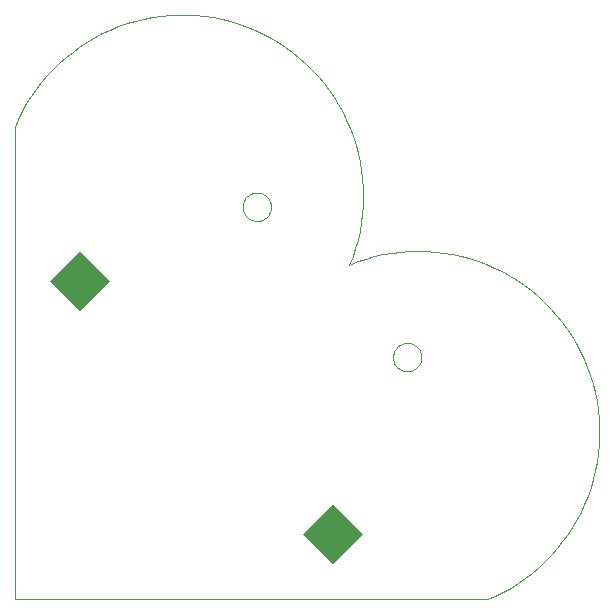
<source format=gtp>
G75*
G70*
%OFA0B0*%
%FSLAX24Y24*%
%IPPOS*%
%LPD*%
%AMOC8*
5,1,8,0,0,1.08239X$1,22.5*
%
%ADD10C,0.0000*%
%ADD11R,0.1417X0.1417*%
D10*
X009756Y010038D02*
X025504Y010038D01*
X025771Y010155D01*
X026032Y010285D01*
X026287Y010428D01*
X026534Y010582D01*
X026773Y010749D01*
X027005Y010927D01*
X027227Y011115D01*
X027440Y011315D01*
X027643Y011524D01*
X027835Y011743D01*
X028017Y011971D01*
X028188Y012207D01*
X028347Y012452D01*
X028494Y012704D01*
X028629Y012962D01*
X028751Y013227D01*
X028860Y013498D01*
X028956Y013773D01*
X029038Y014053D01*
X029107Y014336D01*
X029162Y014622D01*
X029203Y014911D01*
X029231Y015201D01*
X029244Y015493D01*
X029243Y015784D01*
X029228Y016076D01*
X029199Y016366D01*
X029156Y016654D01*
X029099Y016940D01*
X029028Y017223D01*
X028944Y017502D01*
X028846Y017777D01*
X028735Y018047D01*
X028611Y018311D01*
X028475Y018568D01*
X028326Y018819D01*
X028166Y019063D01*
X027994Y019298D01*
X027810Y019525D01*
X027616Y019743D01*
X027412Y019951D01*
X027198Y020148D01*
X026974Y020336D01*
X026742Y020512D01*
X026501Y020677D01*
X026253Y020830D01*
X025998Y020971D01*
X025736Y021099D01*
X025468Y021215D01*
X025195Y021317D01*
X024918Y021407D01*
X024636Y021482D01*
X024351Y021544D01*
X024063Y021592D01*
X023774Y021627D01*
X023483Y021647D01*
X023191Y021653D01*
X022900Y021645D01*
X022609Y021623D01*
X022320Y021587D01*
X022032Y021537D01*
X021748Y021473D01*
X021467Y021395D01*
X021190Y021304D01*
X020917Y021200D01*
X017357Y023123D02*
X017359Y023166D01*
X017365Y023208D01*
X017375Y023250D01*
X017388Y023291D01*
X017405Y023331D01*
X017426Y023368D01*
X017450Y023404D01*
X017477Y023437D01*
X017507Y023468D01*
X017540Y023496D01*
X017575Y023521D01*
X017612Y023542D01*
X017651Y023560D01*
X017691Y023574D01*
X017733Y023585D01*
X017775Y023592D01*
X017818Y023595D01*
X017861Y023594D01*
X017904Y023589D01*
X017946Y023580D01*
X017987Y023568D01*
X018027Y023552D01*
X018065Y023532D01*
X018101Y023509D01*
X018135Y023482D01*
X018167Y023453D01*
X018195Y023421D01*
X018221Y023386D01*
X018243Y023350D01*
X018262Y023311D01*
X018277Y023271D01*
X018289Y023230D01*
X018297Y023187D01*
X018301Y023144D01*
X018301Y023102D01*
X018297Y023059D01*
X018289Y023016D01*
X018277Y022975D01*
X018262Y022935D01*
X018243Y022896D01*
X018221Y022860D01*
X018195Y022825D01*
X018167Y022793D01*
X018135Y022764D01*
X018101Y022737D01*
X018065Y022714D01*
X018027Y022694D01*
X017987Y022678D01*
X017946Y022666D01*
X017904Y022657D01*
X017861Y022652D01*
X017818Y022651D01*
X017775Y022654D01*
X017733Y022661D01*
X017691Y022672D01*
X017651Y022686D01*
X017612Y022704D01*
X017575Y022725D01*
X017540Y022750D01*
X017507Y022778D01*
X017477Y022809D01*
X017450Y022842D01*
X017426Y022878D01*
X017405Y022915D01*
X017388Y022955D01*
X017375Y022996D01*
X017365Y023038D01*
X017359Y023080D01*
X017357Y023123D01*
X020918Y021199D02*
X021022Y021472D01*
X021113Y021749D01*
X021191Y022030D01*
X021255Y022314D01*
X021305Y022602D01*
X021341Y022891D01*
X021363Y023182D01*
X021371Y023473D01*
X021365Y023765D01*
X021345Y024056D01*
X021310Y024345D01*
X021262Y024633D01*
X021200Y024918D01*
X021125Y025200D01*
X021035Y025477D01*
X020933Y025750D01*
X020817Y026018D01*
X020689Y026280D01*
X020548Y026535D01*
X020395Y026783D01*
X020230Y027024D01*
X020054Y027256D01*
X019866Y027480D01*
X019669Y027694D01*
X019461Y027898D01*
X019243Y028092D01*
X019016Y028276D01*
X018781Y028448D01*
X018537Y028608D01*
X018286Y028757D01*
X018029Y028893D01*
X017765Y029017D01*
X017495Y029128D01*
X017220Y029226D01*
X016941Y029310D01*
X016658Y029381D01*
X016372Y029438D01*
X016084Y029481D01*
X015794Y029510D01*
X015502Y029525D01*
X015211Y029526D01*
X014919Y029513D01*
X014629Y029485D01*
X014340Y029444D01*
X014054Y029389D01*
X013771Y029320D01*
X013491Y029238D01*
X013216Y029142D01*
X012945Y029033D01*
X012680Y028911D01*
X012422Y028776D01*
X012170Y028629D01*
X011925Y028470D01*
X011689Y028299D01*
X011461Y028117D01*
X011242Y027925D01*
X011033Y027722D01*
X010833Y027509D01*
X010645Y027287D01*
X010467Y027055D01*
X010300Y026816D01*
X010146Y026569D01*
X010003Y026314D01*
X009873Y026053D01*
X009756Y025786D01*
X009756Y010038D01*
X022368Y018112D02*
X022370Y018155D01*
X022376Y018197D01*
X022386Y018239D01*
X022399Y018280D01*
X022416Y018320D01*
X022437Y018357D01*
X022461Y018393D01*
X022488Y018426D01*
X022518Y018457D01*
X022551Y018485D01*
X022586Y018510D01*
X022623Y018531D01*
X022662Y018549D01*
X022702Y018563D01*
X022744Y018574D01*
X022786Y018581D01*
X022829Y018584D01*
X022872Y018583D01*
X022915Y018578D01*
X022957Y018569D01*
X022998Y018557D01*
X023038Y018541D01*
X023076Y018521D01*
X023112Y018498D01*
X023146Y018471D01*
X023178Y018442D01*
X023206Y018410D01*
X023232Y018375D01*
X023254Y018339D01*
X023273Y018300D01*
X023288Y018260D01*
X023300Y018219D01*
X023308Y018176D01*
X023312Y018133D01*
X023312Y018091D01*
X023308Y018048D01*
X023300Y018005D01*
X023288Y017964D01*
X023273Y017924D01*
X023254Y017885D01*
X023232Y017849D01*
X023206Y017814D01*
X023178Y017782D01*
X023146Y017753D01*
X023112Y017726D01*
X023076Y017703D01*
X023038Y017683D01*
X022998Y017667D01*
X022957Y017655D01*
X022915Y017646D01*
X022872Y017641D01*
X022829Y017640D01*
X022786Y017643D01*
X022744Y017650D01*
X022702Y017661D01*
X022662Y017675D01*
X022623Y017693D01*
X022586Y017714D01*
X022551Y017739D01*
X022518Y017767D01*
X022488Y017798D01*
X022461Y017831D01*
X022437Y017867D01*
X022416Y017904D01*
X022399Y017944D01*
X022386Y017985D01*
X022376Y018027D01*
X022370Y018069D01*
X022368Y018112D01*
D11*
G36*
X019376Y012224D02*
X020377Y013225D01*
X021378Y012224D01*
X020377Y011223D01*
X019376Y012224D01*
G37*
G36*
X010941Y020659D02*
X011942Y021660D01*
X012943Y020659D01*
X011942Y019658D01*
X010941Y020659D01*
G37*
M02*

</source>
